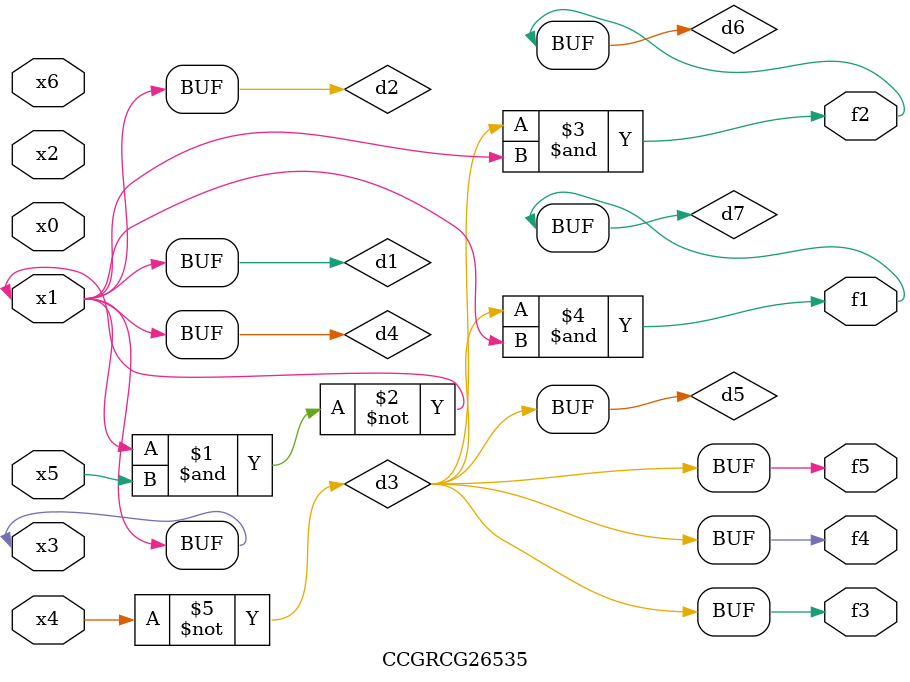
<source format=v>
module CCGRCG26535(
	input x0, x1, x2, x3, x4, x5, x6,
	output f1, f2, f3, f4, f5
);

	wire d1, d2, d3, d4, d5, d6, d7;

	buf (d1, x1, x3);
	nand (d2, x1, x5);
	not (d3, x4);
	buf (d4, d1, d2);
	buf (d5, d3);
	and (d6, d3, d4);
	and (d7, d3, d4);
	assign f1 = d7;
	assign f2 = d6;
	assign f3 = d5;
	assign f4 = d5;
	assign f5 = d5;
endmodule

</source>
